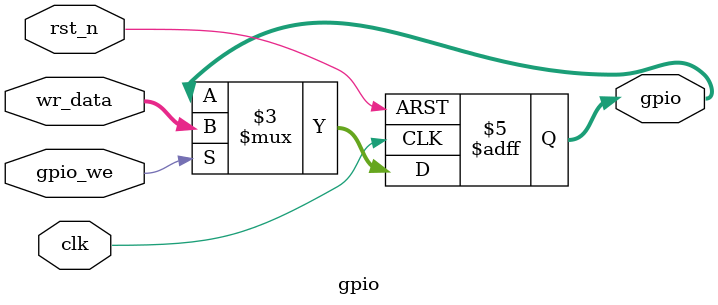
<source format=v>

module gpio (
	     input wire gpio_we,
	     input wire [7:0] wr_data,
	     input wire clk,
	     input wire rst_n,
	     output reg [7:0] gpio
    );

    always @(posedge clk or negedge rst_n) begin
        if (!rst_n) begin
	   gpio <= 8'b00000000;
        end else begin
           if (gpio_we) begin
	      gpio <= wr_data;
            end
        end
    end

endmodule

</source>
